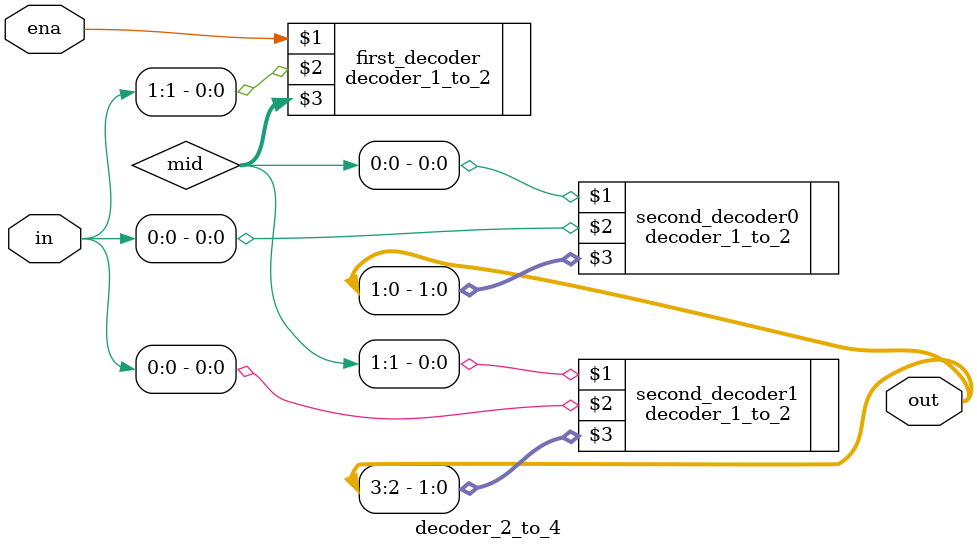
<source format=sv>
`timescale 1ns/1ps
module decoder_2_to_4(ena, in, out);

input wire ena;
input wire [1:0] in;
output logic [3:0] out;

logic [1:0] mid;

decoder_1_to_2 first_decoder(ena, in[1], mid);
decoder_1_to_2 second_decoder0(mid[0], in[0], out[1:0]);
decoder_1_to_2 second_decoder1(mid[1], in[0], out[3:2]);

endmodule

</source>
